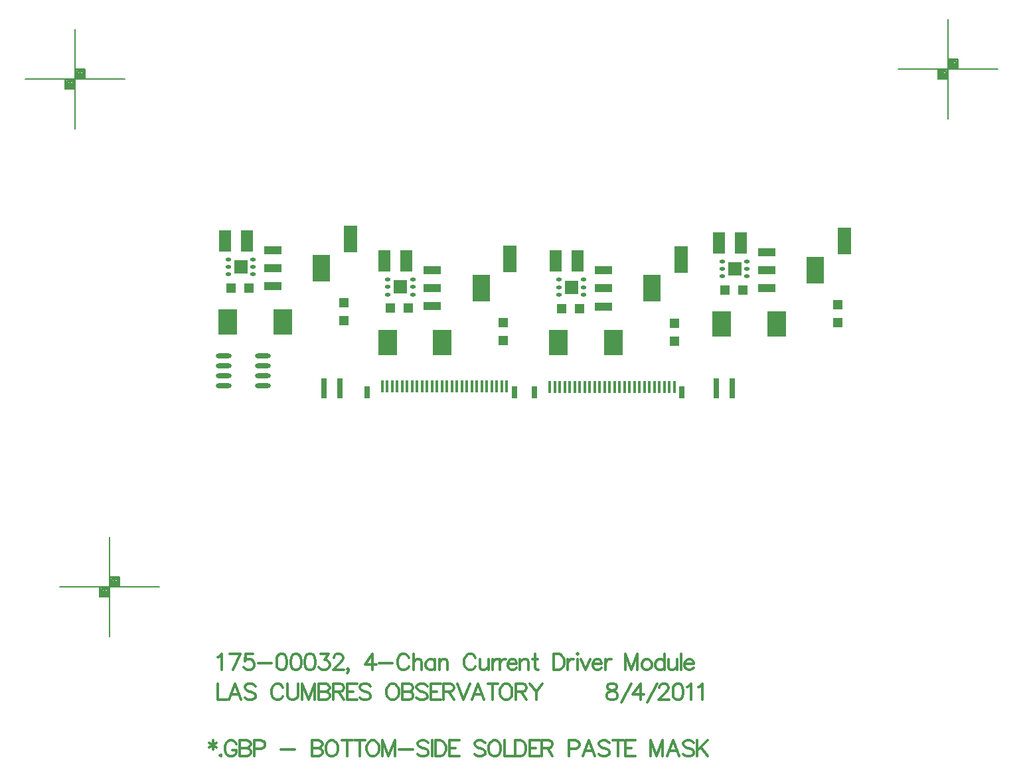
<source format=gbp>
%FSLAX23Y23*%
%MOIN*%
G70*
G01*
G75*
G04 Layer_Color=128*
%ADD10R,0.014X0.060*%
%ADD11R,0.030X0.100*%
%ADD12R,0.031X0.060*%
%ADD13R,0.070X0.135*%
%ADD14R,0.050X0.050*%
%ADD15R,0.036X0.036*%
%ADD16R,0.028X0.036*%
%ADD17R,0.078X0.048*%
%ADD18R,0.050X0.050*%
%ADD19R,0.213X0.114*%
%ADD20R,0.039X0.063*%
%ADD21C,0.005*%
%ADD22C,0.010*%
%ADD23C,0.020*%
%ADD24C,0.025*%
%ADD25C,0.050*%
%ADD26C,0.100*%
%ADD27C,0.012*%
%ADD28C,0.008*%
%ADD29C,0.012*%
%ADD30C,0.012*%
%ADD31C,0.020*%
%ADD32C,0.059*%
%ADD33R,0.059X0.059*%
%ADD34C,0.219*%
%ADD35C,0.028*%
%ADD36C,0.024*%
%ADD37C,0.050*%
%ADD38C,0.040*%
%ADD39C,0.075*%
%ADD40C,0.206*%
G04:AMPARAMS|DCode=41|XSize=73mil|YSize=73mil|CornerRadius=0mil|HoleSize=0mil|Usage=FLASHONLY|Rotation=0.000|XOffset=0mil|YOffset=0mil|HoleType=Round|Shape=Relief|Width=10mil|Gap=10mil|Entries=4|*
%AMTHD41*
7,0,0,0.073,0.053,0.010,45*
%
%ADD41THD41*%
G04:AMPARAMS|DCode=42|XSize=70mil|YSize=70mil|CornerRadius=0mil|HoleSize=0mil|Usage=FLASHONLY|Rotation=0.000|XOffset=0mil|YOffset=0mil|HoleType=Round|Shape=Relief|Width=10mil|Gap=10mil|Entries=4|*
%AMTHD42*
7,0,0,0.070,0.050,0.010,45*
%
%ADD42THD42*%
G04:AMPARAMS|DCode=43|XSize=88mil|YSize=88mil|CornerRadius=0mil|HoleSize=0mil|Usage=FLASHONLY|Rotation=0.000|XOffset=0mil|YOffset=0mil|HoleType=Round|Shape=Relief|Width=10mil|Gap=10mil|Entries=4|*
%AMTHD43*
7,0,0,0.088,0.068,0.010,45*
%
%ADD43THD43*%
%ADD44C,0.068*%
%ADD45C,0.053*%
%ADD46O,0.079X0.024*%
%ADD47R,0.063X0.106*%
%ADD48R,0.094X0.130*%
%ADD49R,0.085X0.043*%
%ADD50R,0.085X0.043*%
%ADD51R,0.085X0.138*%
%ADD52R,0.067X0.067*%
%ADD53O,0.028X0.018*%
%ADD54C,0.010*%
%ADD55C,0.006*%
%ADD56C,0.007*%
%ADD57C,0.007*%
%ADD58R,0.320X0.160*%
%ADD59R,0.022X0.068*%
%ADD60R,0.038X0.108*%
%ADD61R,0.039X0.068*%
%ADD62R,0.078X0.143*%
%ADD63R,0.058X0.058*%
%ADD64R,0.044X0.044*%
%ADD65R,0.036X0.044*%
%ADD66R,0.086X0.056*%
%ADD67R,0.058X0.058*%
%ADD68R,0.221X0.122*%
%ADD69R,0.047X0.071*%
%ADD70C,0.067*%
%ADD71R,0.067X0.067*%
%ADD72C,0.227*%
%ADD73C,0.036*%
%ADD74C,0.032*%
%ADD75C,0.058*%
%ADD76R,0.601X0.137*%
%ADD77O,0.087X0.032*%
%ADD78R,0.071X0.114*%
%ADD79R,0.102X0.138*%
%ADD80R,0.093X0.051*%
%ADD81R,0.093X0.051*%
%ADD82R,0.093X0.146*%
%ADD83R,0.075X0.075*%
%ADD84O,0.036X0.026*%
D10*
X33449Y18602D02*
D03*
X33424D02*
D03*
X33399D02*
D03*
X33374D02*
D03*
X33349D02*
D03*
X33324D02*
D03*
X33299D02*
D03*
X33274D02*
D03*
X33249D02*
D03*
X33224D02*
D03*
X33199D02*
D03*
X33174D02*
D03*
X33149D02*
D03*
X33124D02*
D03*
X33099D02*
D03*
X33074D02*
D03*
X33049D02*
D03*
X33024D02*
D03*
X32999D02*
D03*
X32974D02*
D03*
X32949D02*
D03*
X32924D02*
D03*
X32899D02*
D03*
X32874D02*
D03*
X32849D02*
D03*
X32824D02*
D03*
X32608Y18603D02*
D03*
X32583D02*
D03*
X32558D02*
D03*
X32533D02*
D03*
X32508D02*
D03*
X32483D02*
D03*
X32458D02*
D03*
X32433D02*
D03*
X32408D02*
D03*
X32383D02*
D03*
X32358D02*
D03*
X32333D02*
D03*
X32308D02*
D03*
X32283D02*
D03*
X32258D02*
D03*
X32233D02*
D03*
X32208D02*
D03*
X32183D02*
D03*
X32158D02*
D03*
X32133D02*
D03*
X32108D02*
D03*
X32083D02*
D03*
X32058D02*
D03*
X32033D02*
D03*
X32008D02*
D03*
X31983D02*
D03*
D11*
X31691Y18593D02*
D03*
X31770D02*
D03*
X33661Y18593D02*
D03*
X33740D02*
D03*
D12*
X33486Y18575D02*
D03*
X32746D02*
D03*
X31906D02*
D03*
X32646D02*
D03*
D13*
X34302Y19334D02*
D03*
X33482Y19242D02*
D03*
X32623Y19243D02*
D03*
X31822Y19344D02*
D03*
D14*
X31312Y19097D02*
D03*
X31222D02*
D03*
X32113Y18996D02*
D03*
X32023D02*
D03*
X32972Y18995D02*
D03*
X32882D02*
D03*
X33792Y19087D02*
D03*
X33702D02*
D03*
D18*
X31789Y18934D02*
D03*
Y19024D02*
D03*
X32590Y18833D02*
D03*
Y18923D02*
D03*
X33449Y18832D02*
D03*
Y18922D02*
D03*
X34269Y18924D02*
D03*
Y19014D02*
D03*
D28*
X34575Y20198D02*
X35075D01*
X34825Y19948D02*
Y20448D01*
X34875Y20198D02*
Y20248D01*
X34825D02*
X34875D01*
X34775Y20148D02*
Y20198D01*
Y20148D02*
X34825D01*
X34780Y20193D02*
X34820D01*
X34780Y20153D02*
Y20193D01*
Y20153D02*
X34820D01*
Y20193D01*
X34785Y20188D02*
X34815D01*
X34785Y20158D02*
Y20188D01*
Y20158D02*
X34815D01*
Y20183D01*
X34790D02*
X34810D01*
X34790Y20163D02*
Y20183D01*
Y20163D02*
X34810D01*
Y20178D01*
X34795D02*
X34805D01*
X34795Y20168D02*
Y20178D01*
Y20168D02*
X34805D01*
Y20178D01*
X34795Y20173D02*
X34805D01*
X34830Y20243D02*
X34870D01*
X34830Y20203D02*
Y20243D01*
Y20203D02*
X34870D01*
Y20243D01*
X34835Y20238D02*
X34865D01*
X34835Y20208D02*
Y20238D01*
Y20208D02*
X34865D01*
Y20233D01*
X34840D02*
X34860D01*
X34840Y20213D02*
Y20233D01*
Y20213D02*
X34860D01*
Y20228D01*
X34845D02*
X34855D01*
X34845Y20218D02*
Y20228D01*
Y20218D02*
X34855D01*
Y20228D01*
X34845Y20223D02*
X34855D01*
X30190Y20148D02*
X30690D01*
X30440Y19898D02*
Y20398D01*
X30490Y20148D02*
Y20198D01*
X30440D02*
X30490D01*
X30390Y20098D02*
Y20148D01*
Y20098D02*
X30440D01*
X30395Y20143D02*
X30435D01*
X30395Y20103D02*
Y20143D01*
Y20103D02*
X30435D01*
Y20143D01*
X30400Y20138D02*
X30430D01*
X30400Y20108D02*
Y20138D01*
Y20108D02*
X30430D01*
Y20133D01*
X30405D02*
X30425D01*
X30405Y20113D02*
Y20133D01*
Y20113D02*
X30425D01*
Y20128D01*
X30410D02*
X30420D01*
X30410Y20118D02*
Y20128D01*
Y20118D02*
X30420D01*
Y20128D01*
X30410Y20123D02*
X30420D01*
X30445Y20193D02*
X30485D01*
X30445Y20153D02*
Y20193D01*
Y20153D02*
X30485D01*
Y20193D01*
X30450Y20188D02*
X30480D01*
X30450Y20158D02*
Y20188D01*
Y20158D02*
X30480D01*
Y20183D01*
X30455D02*
X30475D01*
X30455Y20163D02*
Y20183D01*
Y20163D02*
X30475D01*
Y20178D01*
X30460D02*
X30470D01*
X30460Y20168D02*
Y20178D01*
Y20168D02*
X30470D01*
Y20178D01*
X30460Y20173D02*
X30470D01*
X30363Y17598D02*
X30863D01*
X30613Y17348D02*
Y17848D01*
X30663Y17598D02*
Y17648D01*
X30613D02*
X30663D01*
X30563Y17548D02*
Y17598D01*
Y17548D02*
X30613D01*
X30568Y17593D02*
X30608D01*
X30568Y17553D02*
Y17593D01*
Y17553D02*
X30608D01*
Y17593D01*
X30573Y17588D02*
X30603D01*
X30573Y17558D02*
Y17588D01*
Y17558D02*
X30603D01*
Y17583D01*
X30578D02*
X30598D01*
X30578Y17563D02*
Y17583D01*
Y17563D02*
X30598D01*
Y17578D01*
X30583D02*
X30593D01*
X30583Y17568D02*
Y17578D01*
Y17568D02*
X30593D01*
Y17578D01*
X30583Y17573D02*
X30593D01*
X30618Y17643D02*
X30658D01*
X30618Y17603D02*
Y17643D01*
Y17603D02*
X30658D01*
Y17643D01*
X30623Y17638D02*
X30653D01*
X30623Y17608D02*
Y17638D01*
Y17608D02*
X30653D01*
Y17633D01*
X30628D02*
X30648D01*
X30628Y17613D02*
Y17633D01*
Y17613D02*
X30648D01*
Y17628D01*
X30633D02*
X30643D01*
X30633Y17618D02*
Y17628D01*
Y17618D02*
X30643D01*
Y17628D01*
X30633Y17623D02*
X30643D01*
D29*
X31132Y16826D02*
Y16781D01*
X31113Y16815D02*
X31151Y16792D01*
Y16815D02*
X31113Y16792D01*
X31172Y16754D02*
X31168Y16750D01*
X31172Y16746D01*
X31175Y16750D01*
X31172Y16754D01*
X31250Y16807D02*
X31246Y16815D01*
X31239Y16822D01*
X31231Y16826D01*
X31216D01*
X31208Y16822D01*
X31200Y16815D01*
X31197Y16807D01*
X31193Y16796D01*
Y16777D01*
X31197Y16765D01*
X31200Y16758D01*
X31208Y16750D01*
X31216Y16746D01*
X31231D01*
X31239Y16750D01*
X31246Y16758D01*
X31250Y16765D01*
Y16777D01*
X31231D02*
X31250D01*
X31268Y16826D02*
Y16746D01*
Y16826D02*
X31303D01*
X31314Y16822D01*
X31318Y16819D01*
X31322Y16811D01*
Y16803D01*
X31318Y16796D01*
X31314Y16792D01*
X31303Y16788D01*
X31268D02*
X31303D01*
X31314Y16784D01*
X31318Y16781D01*
X31322Y16773D01*
Y16762D01*
X31318Y16754D01*
X31314Y16750D01*
X31303Y16746D01*
X31268D01*
X31339Y16784D02*
X31374D01*
X31385Y16788D01*
X31389Y16792D01*
X31393Y16800D01*
Y16811D01*
X31389Y16819D01*
X31385Y16822D01*
X31374Y16826D01*
X31339D01*
Y16746D01*
X31474Y16781D02*
X31542D01*
X31629Y16826D02*
Y16746D01*
Y16826D02*
X31663D01*
X31674Y16822D01*
X31678Y16819D01*
X31682Y16811D01*
Y16803D01*
X31678Y16796D01*
X31674Y16792D01*
X31663Y16788D01*
X31629D02*
X31663D01*
X31674Y16784D01*
X31678Y16781D01*
X31682Y16773D01*
Y16762D01*
X31678Y16754D01*
X31674Y16750D01*
X31663Y16746D01*
X31629D01*
X31723Y16826D02*
X31715Y16822D01*
X31707Y16815D01*
X31704Y16807D01*
X31700Y16796D01*
Y16777D01*
X31704Y16765D01*
X31707Y16758D01*
X31715Y16750D01*
X31723Y16746D01*
X31738D01*
X31745Y16750D01*
X31753Y16758D01*
X31757Y16765D01*
X31761Y16777D01*
Y16796D01*
X31757Y16807D01*
X31753Y16815D01*
X31745Y16822D01*
X31738Y16826D01*
X31723D01*
X31806D02*
Y16746D01*
X31779Y16826D02*
X31833D01*
X31869D02*
Y16746D01*
X31842Y16826D02*
X31896D01*
X31928D02*
X31920Y16822D01*
X31913Y16815D01*
X31909Y16807D01*
X31905Y16796D01*
Y16777D01*
X31909Y16765D01*
X31913Y16758D01*
X31920Y16750D01*
X31928Y16746D01*
X31943D01*
X31951Y16750D01*
X31958Y16758D01*
X31962Y16765D01*
X31966Y16777D01*
Y16796D01*
X31962Y16807D01*
X31958Y16815D01*
X31951Y16822D01*
X31943Y16826D01*
X31928D01*
X31985D02*
Y16746D01*
Y16826D02*
X32015Y16746D01*
X32046Y16826D02*
X32015Y16746D01*
X32046Y16826D02*
Y16746D01*
X32068Y16781D02*
X32137D01*
X32214Y16815D02*
X32206Y16822D01*
X32195Y16826D01*
X32180D01*
X32168Y16822D01*
X32161Y16815D01*
Y16807D01*
X32164Y16800D01*
X32168Y16796D01*
X32176Y16792D01*
X32199Y16784D01*
X32206Y16781D01*
X32210Y16777D01*
X32214Y16769D01*
Y16758D01*
X32206Y16750D01*
X32195Y16746D01*
X32180D01*
X32168Y16750D01*
X32161Y16758D01*
X32232Y16826D02*
Y16746D01*
X32249Y16826D02*
Y16746D01*
Y16826D02*
X32275D01*
X32287Y16822D01*
X32294Y16815D01*
X32298Y16807D01*
X32302Y16796D01*
Y16777D01*
X32298Y16765D01*
X32294Y16758D01*
X32287Y16750D01*
X32275Y16746D01*
X32249D01*
X32369Y16826D02*
X32320D01*
Y16746D01*
X32369D01*
X32320Y16788D02*
X32350D01*
X32499Y16815D02*
X32491Y16822D01*
X32480Y16826D01*
X32465D01*
X32453Y16822D01*
X32446Y16815D01*
Y16807D01*
X32449Y16800D01*
X32453Y16796D01*
X32461Y16792D01*
X32484Y16784D01*
X32491Y16781D01*
X32495Y16777D01*
X32499Y16769D01*
Y16758D01*
X32491Y16750D01*
X32480Y16746D01*
X32465D01*
X32453Y16750D01*
X32446Y16758D01*
X32540Y16826D02*
X32532Y16822D01*
X32524Y16815D01*
X32521Y16807D01*
X32517Y16796D01*
Y16777D01*
X32521Y16765D01*
X32524Y16758D01*
X32532Y16750D01*
X32540Y16746D01*
X32555D01*
X32562Y16750D01*
X32570Y16758D01*
X32574Y16765D01*
X32578Y16777D01*
Y16796D01*
X32574Y16807D01*
X32570Y16815D01*
X32562Y16822D01*
X32555Y16826D01*
X32540D01*
X32596D02*
Y16746D01*
X32642D01*
X32651Y16826D02*
Y16746D01*
Y16826D02*
X32677D01*
X32689Y16822D01*
X32697Y16815D01*
X32700Y16807D01*
X32704Y16796D01*
Y16777D01*
X32700Y16765D01*
X32697Y16758D01*
X32689Y16750D01*
X32677Y16746D01*
X32651D01*
X32772Y16826D02*
X32722D01*
Y16746D01*
X32772D01*
X32722Y16788D02*
X32753D01*
X32785Y16826D02*
Y16746D01*
Y16826D02*
X32819D01*
X32831Y16822D01*
X32834Y16819D01*
X32838Y16811D01*
Y16803D01*
X32834Y16796D01*
X32831Y16792D01*
X32819Y16788D01*
X32785D01*
X32812D02*
X32838Y16746D01*
X32919Y16784D02*
X32953D01*
X32965Y16788D01*
X32968Y16792D01*
X32972Y16800D01*
Y16811D01*
X32968Y16819D01*
X32965Y16822D01*
X32953Y16826D01*
X32919D01*
Y16746D01*
X33051D02*
X33021Y16826D01*
X32990Y16746D01*
X33002Y16773D02*
X33040D01*
X33123Y16815D02*
X33115Y16822D01*
X33104Y16826D01*
X33089D01*
X33077Y16822D01*
X33070Y16815D01*
Y16807D01*
X33074Y16800D01*
X33077Y16796D01*
X33085Y16792D01*
X33108Y16784D01*
X33115Y16781D01*
X33119Y16777D01*
X33123Y16769D01*
Y16758D01*
X33115Y16750D01*
X33104Y16746D01*
X33089D01*
X33077Y16750D01*
X33070Y16758D01*
X33168Y16826D02*
Y16746D01*
X33141Y16826D02*
X33194D01*
X33253D02*
X33204D01*
Y16746D01*
X33253D01*
X33204Y16788D02*
X33234D01*
X33330Y16826D02*
Y16746D01*
Y16826D02*
X33360Y16746D01*
X33390Y16826D02*
X33360Y16746D01*
X33390Y16826D02*
Y16746D01*
X33474D02*
X33444Y16826D01*
X33413Y16746D01*
X33425Y16773D02*
X33463D01*
X33546Y16815D02*
X33539Y16822D01*
X33527Y16826D01*
X33512D01*
X33501Y16822D01*
X33493Y16815D01*
Y16807D01*
X33497Y16800D01*
X33501Y16796D01*
X33508Y16792D01*
X33531Y16784D01*
X33539Y16781D01*
X33542Y16777D01*
X33546Y16769D01*
Y16758D01*
X33539Y16750D01*
X33527Y16746D01*
X33512D01*
X33501Y16750D01*
X33493Y16758D01*
X33564Y16826D02*
Y16746D01*
X33617Y16826D02*
X33564Y16773D01*
X33583Y16792D02*
X33617Y16746D01*
X31158Y17244D02*
X31166Y17248D01*
X31177Y17259D01*
Y17179D01*
X31270Y17259D02*
X31232Y17179D01*
X31217Y17259D02*
X31270D01*
X31334D02*
X31296D01*
X31292Y17225D01*
X31296Y17229D01*
X31307Y17233D01*
X31319D01*
X31330Y17229D01*
X31338Y17221D01*
X31341Y17210D01*
Y17202D01*
X31338Y17191D01*
X31330Y17183D01*
X31319Y17179D01*
X31307D01*
X31296Y17183D01*
X31292Y17187D01*
X31288Y17195D01*
X31359Y17214D02*
X31428D01*
X31474Y17259D02*
X31463Y17256D01*
X31455Y17244D01*
X31452Y17225D01*
Y17214D01*
X31455Y17195D01*
X31463Y17183D01*
X31474Y17179D01*
X31482D01*
X31493Y17183D01*
X31501Y17195D01*
X31505Y17214D01*
Y17225D01*
X31501Y17244D01*
X31493Y17256D01*
X31482Y17259D01*
X31474D01*
X31546D02*
X31534Y17256D01*
X31527Y17244D01*
X31523Y17225D01*
Y17214D01*
X31527Y17195D01*
X31534Y17183D01*
X31546Y17179D01*
X31553D01*
X31565Y17183D01*
X31572Y17195D01*
X31576Y17214D01*
Y17225D01*
X31572Y17244D01*
X31565Y17256D01*
X31553Y17259D01*
X31546D01*
X31617D02*
X31605Y17256D01*
X31598Y17244D01*
X31594Y17225D01*
Y17214D01*
X31598Y17195D01*
X31605Y17183D01*
X31617Y17179D01*
X31624D01*
X31636Y17183D01*
X31644Y17195D01*
X31647Y17214D01*
Y17225D01*
X31644Y17244D01*
X31636Y17256D01*
X31624Y17259D01*
X31617D01*
X31673D02*
X31715D01*
X31692Y17229D01*
X31703D01*
X31711Y17225D01*
X31715Y17221D01*
X31719Y17210D01*
Y17202D01*
X31715Y17191D01*
X31707Y17183D01*
X31696Y17179D01*
X31684D01*
X31673Y17183D01*
X31669Y17187D01*
X31665Y17195D01*
X31740Y17240D02*
Y17244D01*
X31744Y17252D01*
X31748Y17256D01*
X31755Y17259D01*
X31771D01*
X31778Y17256D01*
X31782Y17252D01*
X31786Y17244D01*
Y17237D01*
X31782Y17229D01*
X31775Y17217D01*
X31736Y17179D01*
X31790D01*
X31815Y17183D02*
X31811Y17179D01*
X31808Y17183D01*
X31811Y17187D01*
X31815Y17183D01*
Y17176D01*
X31811Y17168D01*
X31808Y17164D01*
X31934Y17259D02*
X31896Y17206D01*
X31953D01*
X31934Y17259D02*
Y17179D01*
X31967Y17214D02*
X32035D01*
X32116Y17240D02*
X32112Y17248D01*
X32105Y17256D01*
X32097Y17259D01*
X32082D01*
X32074Y17256D01*
X32067Y17248D01*
X32063Y17240D01*
X32059Y17229D01*
Y17210D01*
X32063Y17198D01*
X32067Y17191D01*
X32074Y17183D01*
X32082Y17179D01*
X32097D01*
X32105Y17183D01*
X32112Y17191D01*
X32116Y17198D01*
X32139Y17259D02*
Y17179D01*
Y17217D02*
X32150Y17229D01*
X32158Y17233D01*
X32169D01*
X32177Y17229D01*
X32181Y17217D01*
Y17179D01*
X32247Y17233D02*
Y17179D01*
Y17221D02*
X32240Y17229D01*
X32232Y17233D01*
X32221D01*
X32213Y17229D01*
X32205Y17221D01*
X32201Y17210D01*
Y17202D01*
X32205Y17191D01*
X32213Y17183D01*
X32221Y17179D01*
X32232D01*
X32240Y17183D01*
X32247Y17191D01*
X32269Y17233D02*
Y17179D01*
Y17217D02*
X32280Y17229D01*
X32288Y17233D01*
X32299D01*
X32307Y17229D01*
X32310Y17217D01*
Y17179D01*
X32451Y17240D02*
X32448Y17248D01*
X32440Y17256D01*
X32432Y17259D01*
X32417D01*
X32409Y17256D01*
X32402Y17248D01*
X32398Y17240D01*
X32394Y17229D01*
Y17210D01*
X32398Y17198D01*
X32402Y17191D01*
X32409Y17183D01*
X32417Y17179D01*
X32432D01*
X32440Y17183D01*
X32448Y17191D01*
X32451Y17198D01*
X32474Y17233D02*
Y17195D01*
X32478Y17183D01*
X32485Y17179D01*
X32497D01*
X32504Y17183D01*
X32516Y17195D01*
Y17233D02*
Y17179D01*
X32537Y17233D02*
Y17179D01*
Y17210D02*
X32540Y17221D01*
X32548Y17229D01*
X32556Y17233D01*
X32567D01*
X32574D02*
Y17179D01*
Y17210D02*
X32578Y17221D01*
X32586Y17229D01*
X32593Y17233D01*
X32605D01*
X32612Y17210D02*
X32658D01*
Y17217D01*
X32654Y17225D01*
X32650Y17229D01*
X32643Y17233D01*
X32631D01*
X32624Y17229D01*
X32616Y17221D01*
X32612Y17210D01*
Y17202D01*
X32616Y17191D01*
X32624Y17183D01*
X32631Y17179D01*
X32643D01*
X32650Y17183D01*
X32658Y17191D01*
X32675Y17233D02*
Y17179D01*
Y17217D02*
X32686Y17229D01*
X32694Y17233D01*
X32705D01*
X32713Y17229D01*
X32717Y17217D01*
Y17179D01*
X32749Y17259D02*
Y17195D01*
X32753Y17183D01*
X32761Y17179D01*
X32768D01*
X32738Y17233D02*
X32764D01*
X32843Y17259D02*
Y17179D01*
Y17259D02*
X32869D01*
X32881Y17256D01*
X32888Y17248D01*
X32892Y17240D01*
X32896Y17229D01*
Y17210D01*
X32892Y17198D01*
X32888Y17191D01*
X32881Y17183D01*
X32869Y17179D01*
X32843D01*
X32914Y17233D02*
Y17179D01*
Y17210D02*
X32918Y17221D01*
X32925Y17229D01*
X32933Y17233D01*
X32944D01*
X32959Y17259D02*
X32963Y17256D01*
X32967Y17259D01*
X32963Y17263D01*
X32959Y17259D01*
X32963Y17233D02*
Y17179D01*
X32981Y17233D02*
X33004Y17179D01*
X33026Y17233D02*
X33004Y17179D01*
X33039Y17210D02*
X33085D01*
Y17217D01*
X33081Y17225D01*
X33077Y17229D01*
X33070Y17233D01*
X33058D01*
X33051Y17229D01*
X33043Y17221D01*
X33039Y17210D01*
Y17202D01*
X33043Y17191D01*
X33051Y17183D01*
X33058Y17179D01*
X33070D01*
X33077Y17183D01*
X33085Y17191D01*
X33102Y17233D02*
Y17179D01*
Y17210D02*
X33106Y17221D01*
X33114Y17229D01*
X33121Y17233D01*
X33133D01*
X33203Y17259D02*
Y17179D01*
Y17259D02*
X33233Y17179D01*
X33264Y17259D02*
X33233Y17179D01*
X33264Y17259D02*
Y17179D01*
X33306Y17233D02*
X33298Y17229D01*
X33290Y17221D01*
X33287Y17210D01*
Y17202D01*
X33290Y17191D01*
X33298Y17183D01*
X33306Y17179D01*
X33317D01*
X33325Y17183D01*
X33332Y17191D01*
X33336Y17202D01*
Y17210D01*
X33332Y17221D01*
X33325Y17229D01*
X33317Y17233D01*
X33306D01*
X33399Y17259D02*
Y17179D01*
Y17221D02*
X33392Y17229D01*
X33384Y17233D01*
X33373D01*
X33365Y17229D01*
X33357Y17221D01*
X33354Y17210D01*
Y17202D01*
X33357Y17191D01*
X33365Y17183D01*
X33373Y17179D01*
X33384D01*
X33392Y17183D01*
X33399Y17191D01*
X33421Y17233D02*
Y17195D01*
X33424Y17183D01*
X33432Y17179D01*
X33444D01*
X33451Y17183D01*
X33463Y17195D01*
Y17233D02*
Y17179D01*
X33484Y17259D02*
Y17179D01*
X33500Y17210D02*
X33546D01*
Y17217D01*
X33542Y17225D01*
X33538Y17229D01*
X33531Y17233D01*
X33519D01*
X33512Y17229D01*
X33504Y17221D01*
X33500Y17210D01*
Y17202D01*
X33504Y17191D01*
X33512Y17183D01*
X33519Y17179D01*
X33531D01*
X33538Y17183D01*
X33546Y17191D01*
D30*
X31158Y17109D02*
Y17029D01*
X31204D01*
X31274D02*
X31243Y17109D01*
X31213Y17029D01*
X31224Y17056D02*
X31262D01*
X31346Y17098D02*
X31338Y17106D01*
X31327Y17109D01*
X31311D01*
X31300Y17106D01*
X31292Y17098D01*
Y17090D01*
X31296Y17083D01*
X31300Y17079D01*
X31308Y17075D01*
X31330Y17067D01*
X31338Y17064D01*
X31342Y17060D01*
X31346Y17052D01*
Y17041D01*
X31338Y17033D01*
X31327Y17029D01*
X31311D01*
X31300Y17033D01*
X31292Y17041D01*
X31484Y17090D02*
X31480Y17098D01*
X31472Y17106D01*
X31465Y17109D01*
X31449D01*
X31442Y17106D01*
X31434Y17098D01*
X31430Y17090D01*
X31426Y17079D01*
Y17060D01*
X31430Y17048D01*
X31434Y17041D01*
X31442Y17033D01*
X31449Y17029D01*
X31465D01*
X31472Y17033D01*
X31480Y17041D01*
X31484Y17048D01*
X31506Y17109D02*
Y17052D01*
X31510Y17041D01*
X31517Y17033D01*
X31529Y17029D01*
X31536D01*
X31548Y17033D01*
X31556Y17041D01*
X31559Y17052D01*
Y17109D01*
X31581D02*
Y17029D01*
Y17109D02*
X31612Y17029D01*
X31642Y17109D02*
X31612Y17029D01*
X31642Y17109D02*
Y17029D01*
X31665Y17109D02*
Y17029D01*
Y17109D02*
X31700D01*
X31711Y17106D01*
X31715Y17102D01*
X31719Y17094D01*
Y17086D01*
X31715Y17079D01*
X31711Y17075D01*
X31700Y17071D01*
X31665D02*
X31700D01*
X31711Y17067D01*
X31715Y17064D01*
X31719Y17056D01*
Y17045D01*
X31715Y17037D01*
X31711Y17033D01*
X31700Y17029D01*
X31665D01*
X31736Y17109D02*
Y17029D01*
Y17109D02*
X31771D01*
X31782Y17106D01*
X31786Y17102D01*
X31790Y17094D01*
Y17086D01*
X31786Y17079D01*
X31782Y17075D01*
X31771Y17071D01*
X31736D01*
X31763D02*
X31790Y17029D01*
X31857Y17109D02*
X31808D01*
Y17029D01*
X31857D01*
X31808Y17071D02*
X31838D01*
X31924Y17098D02*
X31916Y17106D01*
X31905Y17109D01*
X31890D01*
X31878Y17106D01*
X31871Y17098D01*
Y17090D01*
X31874Y17083D01*
X31878Y17079D01*
X31886Y17075D01*
X31909Y17067D01*
X31916Y17064D01*
X31920Y17060D01*
X31924Y17052D01*
Y17041D01*
X31916Y17033D01*
X31905Y17029D01*
X31890D01*
X31878Y17033D01*
X31871Y17041D01*
X32027Y17109D02*
X32020Y17106D01*
X32012Y17098D01*
X32008Y17090D01*
X32005Y17079D01*
Y17060D01*
X32008Y17048D01*
X32012Y17041D01*
X32020Y17033D01*
X32027Y17029D01*
X32043D01*
X32050Y17033D01*
X32058Y17041D01*
X32062Y17048D01*
X32066Y17060D01*
Y17079D01*
X32062Y17090D01*
X32058Y17098D01*
X32050Y17106D01*
X32043Y17109D01*
X32027D01*
X32084D02*
Y17029D01*
Y17109D02*
X32118D01*
X32130Y17106D01*
X32134Y17102D01*
X32138Y17094D01*
Y17086D01*
X32134Y17079D01*
X32130Y17075D01*
X32118Y17071D01*
X32084D02*
X32118D01*
X32130Y17067D01*
X32134Y17064D01*
X32138Y17056D01*
Y17045D01*
X32134Y17037D01*
X32130Y17033D01*
X32118Y17029D01*
X32084D01*
X32209Y17098D02*
X32201Y17106D01*
X32190Y17109D01*
X32174D01*
X32163Y17106D01*
X32155Y17098D01*
Y17090D01*
X32159Y17083D01*
X32163Y17079D01*
X32171Y17075D01*
X32193Y17067D01*
X32201Y17064D01*
X32205Y17060D01*
X32209Y17052D01*
Y17041D01*
X32201Y17033D01*
X32190Y17029D01*
X32174D01*
X32163Y17033D01*
X32155Y17041D01*
X32276Y17109D02*
X32227D01*
Y17029D01*
X32276D01*
X32227Y17071D02*
X32257D01*
X32289Y17109D02*
Y17029D01*
Y17109D02*
X32324D01*
X32335Y17106D01*
X32339Y17102D01*
X32343Y17094D01*
Y17086D01*
X32339Y17079D01*
X32335Y17075D01*
X32324Y17071D01*
X32289D01*
X32316D02*
X32343Y17029D01*
X32361Y17109D02*
X32391Y17029D01*
X32422Y17109D02*
X32391Y17029D01*
X32493D02*
X32462Y17109D01*
X32432Y17029D01*
X32443Y17056D02*
X32481D01*
X32538Y17109D02*
Y17029D01*
X32512Y17109D02*
X32565D01*
X32597D02*
X32590Y17106D01*
X32582Y17098D01*
X32578Y17090D01*
X32574Y17079D01*
Y17060D01*
X32578Y17048D01*
X32582Y17041D01*
X32590Y17033D01*
X32597Y17029D01*
X32612D01*
X32620Y17033D01*
X32628Y17041D01*
X32632Y17048D01*
X32635Y17060D01*
Y17079D01*
X32632Y17090D01*
X32628Y17098D01*
X32620Y17106D01*
X32612Y17109D01*
X32597D01*
X32654D02*
Y17029D01*
Y17109D02*
X32688D01*
X32700Y17106D01*
X32703Y17102D01*
X32707Y17094D01*
Y17086D01*
X32703Y17079D01*
X32700Y17075D01*
X32688Y17071D01*
X32654D01*
X32681D02*
X32707Y17029D01*
X32725Y17109D02*
X32756Y17071D01*
Y17029D01*
X32786Y17109D02*
X32756Y17071D01*
X33130Y17109D02*
X33118Y17106D01*
X33114Y17098D01*
Y17090D01*
X33118Y17083D01*
X33126Y17079D01*
X33141Y17075D01*
X33153Y17071D01*
X33160Y17064D01*
X33164Y17056D01*
Y17045D01*
X33160Y17037D01*
X33156Y17033D01*
X33145Y17029D01*
X33130D01*
X33118Y17033D01*
X33114Y17037D01*
X33111Y17045D01*
Y17056D01*
X33114Y17064D01*
X33122Y17071D01*
X33133Y17075D01*
X33149Y17079D01*
X33156Y17083D01*
X33160Y17090D01*
Y17098D01*
X33156Y17106D01*
X33145Y17109D01*
X33130D01*
X33182Y17018D02*
X33235Y17109D01*
X33279D02*
X33241Y17056D01*
X33298D01*
X33279Y17109D02*
Y17029D01*
X33312Y17018D02*
X33365Y17109D01*
X33374Y17090D02*
Y17094D01*
X33378Y17102D01*
X33382Y17106D01*
X33389Y17109D01*
X33405D01*
X33412Y17106D01*
X33416Y17102D01*
X33420Y17094D01*
Y17086D01*
X33416Y17079D01*
X33408Y17067D01*
X33370Y17029D01*
X33424D01*
X33464Y17109D02*
X33453Y17106D01*
X33445Y17094D01*
X33442Y17075D01*
Y17064D01*
X33445Y17045D01*
X33453Y17033D01*
X33464Y17029D01*
X33472D01*
X33484Y17033D01*
X33491Y17045D01*
X33495Y17064D01*
Y17075D01*
X33491Y17094D01*
X33484Y17106D01*
X33472Y17109D01*
X33464D01*
X33513Y17094D02*
X33520Y17098D01*
X33532Y17109D01*
Y17029D01*
X33571Y17094D02*
X33579Y17098D01*
X33591Y17109D01*
Y17029D01*
D46*
X31384Y18758D02*
D03*
Y18708D02*
D03*
Y18658D02*
D03*
Y18608D02*
D03*
X31187Y18758D02*
D03*
Y18708D02*
D03*
Y18658D02*
D03*
Y18608D02*
D03*
D47*
X31304Y19335D02*
D03*
X31194D02*
D03*
X32105Y19234D02*
D03*
X31995D02*
D03*
X32964Y19233D02*
D03*
X32854D02*
D03*
X33784Y19325D02*
D03*
X33674D02*
D03*
D48*
X31482Y18926D02*
D03*
X31208D02*
D03*
X32283Y18825D02*
D03*
X32009D02*
D03*
X33142Y18824D02*
D03*
X32868D02*
D03*
X33962Y18916D02*
D03*
X33688D02*
D03*
D49*
X31434Y19107D02*
D03*
Y19288D02*
D03*
X32235Y19006D02*
D03*
Y19187D02*
D03*
X33094Y19005D02*
D03*
Y19186D02*
D03*
X33914Y19097D02*
D03*
Y19278D02*
D03*
D50*
X31434Y19198D02*
D03*
X32235Y19097D02*
D03*
X33094Y19096D02*
D03*
X33914Y19188D02*
D03*
D51*
X31678Y19198D02*
D03*
X32479Y19097D02*
D03*
X33338Y19096D02*
D03*
X34158Y19188D02*
D03*
D52*
X31272Y19204D02*
D03*
X32073Y19103D02*
D03*
X32932Y19102D02*
D03*
X33752Y19194D02*
D03*
D53*
X31335Y19166D02*
D03*
Y19204D02*
D03*
Y19241D02*
D03*
X31209D02*
D03*
Y19204D02*
D03*
Y19166D02*
D03*
X32136Y19065D02*
D03*
Y19103D02*
D03*
Y19140D02*
D03*
X32010D02*
D03*
Y19103D02*
D03*
Y19065D02*
D03*
X32995Y19064D02*
D03*
Y19102D02*
D03*
Y19139D02*
D03*
X32869D02*
D03*
Y19102D02*
D03*
Y19064D02*
D03*
X33815Y19156D02*
D03*
Y19194D02*
D03*
Y19231D02*
D03*
X33689D02*
D03*
Y19194D02*
D03*
Y19156D02*
D03*
M02*

</source>
